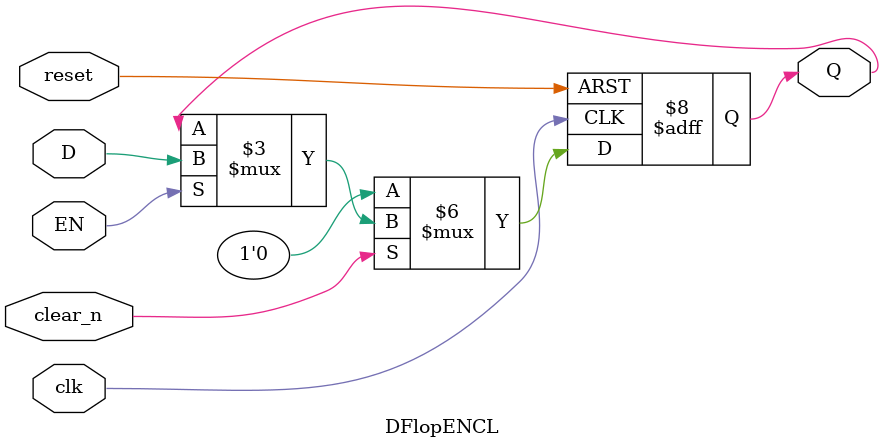
<source format=v>

`default_nettype none


module DFlopENCL (
 input D,
 input EN,
 input clear_n,
 input reset,
 input clk,
 output Q
);
 
 reg Q;
 
 always @(posedge clk or posedge reset)
 begin
     if(reset)               Q<=1'b0;
     else if (clear_n==1'b0) Q<=1'b0;
     else if (EN)            Q<=D;
 end
endmodule

</source>
